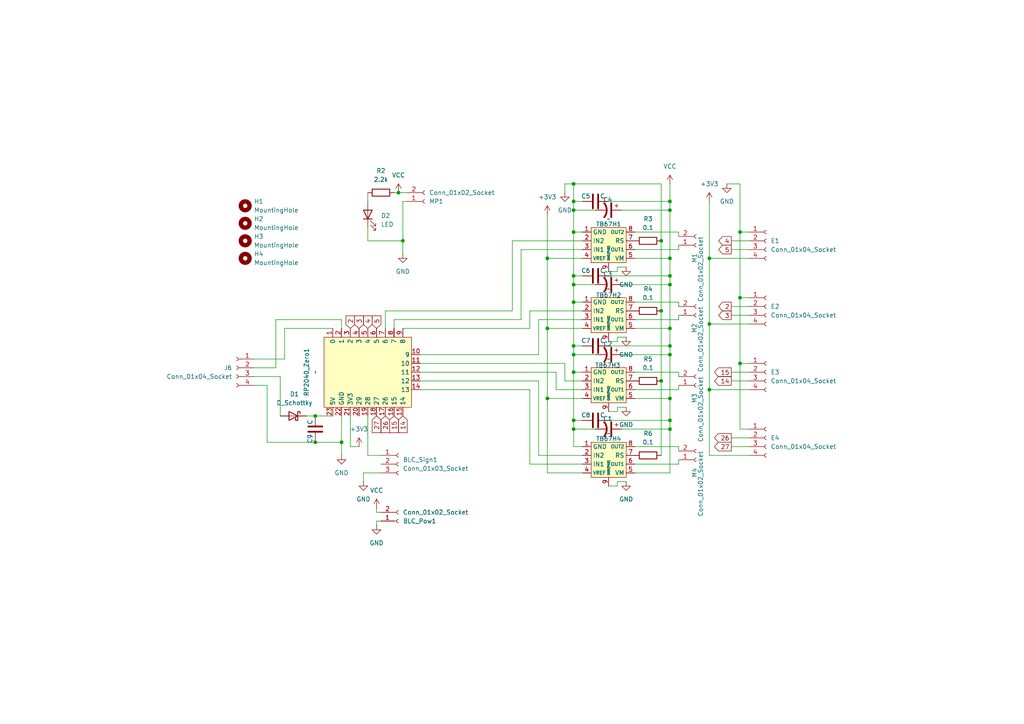
<source format=kicad_sch>
(kicad_sch (version 20250114) (generator "eeschema") (generator_version "9.0")
  (paper "A4")
  (lib_symbols
    (symbol "Connector:Conn_01x02_Socket" (pin_names (offset 1.016) (hide yes))
      (property "Reference" "J" (at 0 2.54 0))
      (property "Value" "Conn_01x02_Socket" (at 0 -5.08 0))
      (symbol "Conn_01x02_Socket_1_1"
        (polyline (pts (xy -1.27 0) (xy -0.508 0)) (stroke (width 0.1524)))
        (polyline (pts (xy -1.27 -2.54) (xy -0.508 -2.54)) (stroke (width 0.1524)))
        (arc (start 0 -0.508) (mid -0.5058 0) (end 0 0.508) (stroke (width 0.1524)))
        (arc (start 0 -3.048) (mid -0.5058 -2.54) (end 0 -2.032) (stroke (width 0.1524)))
        (pin passive line (at -5.08 0 0) (length 3.81) (name "Pin_1") (number "1"))
        (pin passive line (at -5.08 -2.54 0) (length 3.81) (name "Pin_2") (number "2"))
      )
    )
    (symbol "Connector:Conn_01x03_Socket" (pin_names (offset 1.016) (hide yes))
      (property "Reference" "J" (at 0 5.08 0))
      (property "Value" "Conn_01x03_Socket" (at 0 -5.08 0))
      (symbol "Conn_01x03_Socket_1_1"
        (polyline (pts (xy -1.27 2.54) (xy -0.508 2.54)) (stroke (width 0.1524)))
        (polyline (pts (xy -1.27 0) (xy -0.508 0)) (stroke (width 0.1524)))
        (polyline (pts (xy -1.27 -2.54) (xy -0.508 -2.54)) (stroke (width 0.1524)))
        (arc (start 0 2.032) (mid -0.5058 2.54) (end 0 3.048) (stroke (width 0.1524)))
        (arc (start 0 -0.508) (mid -0.5058 0) (end 0 0.508) (stroke (width 0.1524)))
        (arc (start 0 -3.048) (mid -0.5058 -2.54) (end 0 -2.032) (stroke (width 0.1524)))
        (pin passive line (at -5.08 2.54 0) (length 3.81) (name "Pin_1") (number "1"))
        (pin passive line (at -5.08 0 0) (length 3.81) (name "Pin_2") (number "2"))
        (pin passive line (at -5.08 -2.54 0) (length 3.81) (name "Pin_3") (number "3"))
      )
    )
    (symbol "Connector:Conn_01x04_Socket" (pin_names (offset 1.016) (hide yes))
      (property "Reference" "J" (at 0 5.08 0))
      (property "Value" "Conn_01x04_Socket" (at 0 -7.62 0))
      (symbol "Conn_01x04_Socket_1_1"
        (polyline (pts (xy -1.27 2.54) (xy -0.508 2.54)) (stroke (width 0.1524)))
        (polyline (pts (xy -1.27 0) (xy -0.508 0)) (stroke (width 0.1524)))
        (polyline (pts (xy -1.27 -2.54) (xy -0.508 -2.54)) (stroke (width 0.1524)))
        (polyline (pts (xy -1.27 -5.08) (xy -0.508 -5.08)) (stroke (width 0.1524)))
        (arc (start 0 2.032) (mid -0.5058 2.54) (end 0 3.048) (stroke (width 0.1524)))
        (arc (start 0 -0.508) (mid -0.5058 0) (end 0 0.508) (stroke (width 0.1524)))
        (arc (start 0 -3.048) (mid -0.5058 -2.54) (end 0 -2.032) (stroke (width 0.1524)))
        (arc (start 0 -5.588) (mid -0.5058 -5.08) (end 0 -4.572) (stroke (width 0.1524)))
        (pin passive line (at -5.08 2.54 0) (length 3.81) (name "Pin_1") (number "1"))
        (pin passive line (at -5.08 0 0) (length 3.81) (name "Pin_2") (number "2"))
        (pin passive line (at -5.08 -2.54 0) (length 3.81) (name "Pin_3") (number "3"))
        (pin passive line (at -5.08 -5.08 0) (length 3.81) (name "Pin_4") (number "4"))
      )
    )
    (symbol "Device:C" (pin_numbers (hide yes)) (pin_names (offset 0.254))
      (property "Reference" "C" (at 0.635 2.54 0))
      (property "Value" "C" (at 0.635 -2.54 0))
      (symbol "C_0_1"
        (polyline (pts (xy -2.032 0.762) (xy 2.032 0.762)) (stroke (width 0.508)))
        (polyline (pts (xy -2.032 -0.762) (xy 2.032 -0.762)) (stroke (width 0.508)))
      )
      (symbol "C_1_1"
        (pin passive line (at 0 3.81 270) (length 2.794) (name "~") (number "1"))
        (pin passive line (at 0 -3.81 90) (length 2.794) (name "~") (number "2"))
      )
    )
    (symbol "Device:C_Polarized_US" (pin_numbers (hide yes)) (pin_names (offset 0.254) (hide yes))
      (property "Reference" "C" (at 0.635 2.54 0))
      (property "Value" "C_Polarized_US" (at 0.635 -2.54 0))
      (symbol "C_Polarized_US_0_1"
        (polyline (pts (xy -2.032 0.762) (xy 2.032 0.762)) (stroke (width 0.508)))
        (polyline (pts (xy -1.778 2.286) (xy -0.762 2.286)))
        (polyline (pts (xy -1.27 1.778) (xy -1.27 2.794)))
        (arc (start -2.032 -1.27) (mid 0 -0.5572) (end 2.032 -1.27) (stroke (width 0.508)))
      )
      (symbol "C_Polarized_US_1_1"
        (pin passive line (at 0 3.81 270) (length 2.794) (name "~") (number "1"))
        (pin passive line (at 0 -3.81 90) (length 3.302) (name "~") (number "2"))
      )
    )
    (symbol "Device:D_Schottky" (pin_numbers (hide yes)) (pin_names (offset 1.016) (hide yes))
      (property "Reference" "D" (at 0 2.54 0))
      (property "Value" "D_Schottky" (at 0 -2.54 0))
      (symbol "D_Schottky_0_1"
        (polyline (pts (xy -1.905 0.635) (xy -1.905 1.27) (xy -1.27 1.27) (xy -1.27 -1.27) (xy -0.635 -1.27) (xy -0.635 -0.635)) (stroke (width 0.254)))
        (polyline (pts (xy 1.27 1.27) (xy 1.27 -1.27) (xy -1.27 0) (xy 1.27 1.27)) (stroke (width 0.254)))
        (polyline (pts (xy 1.27 0) (xy -1.27 0)))
      )
      (symbol "D_Schottky_1_1"
        (pin passive line (at -3.81 0 0) (length 2.54) (name "K") (number "1"))
        (pin passive line (at 3.81 0 180) (length 2.54) (name "A") (number "2"))
      )
    )
    (symbol "Device:LED" (pin_numbers (hide yes)) (pin_names (offset 1.016) (hide yes))
      (property "Reference" "D" (at 0 2.54 0))
      (property "Value" "LED" (at 0 -2.54 0))
      (symbol "LED_0_1"
        (polyline (pts (xy -3.048 -0.762) (xy -4.572 -2.286) (xy -3.81 -2.286) (xy -4.572 -2.286) (xy -4.572 -1.524)))
        (polyline (pts (xy -1.778 -0.762) (xy -3.302 -2.286) (xy -2.54 -2.286) (xy -3.302 -2.286) (xy -3.302 -1.524)))
        (polyline (pts (xy -1.27 0) (xy 1.27 0)))
        (polyline (pts (xy -1.27 -1.27) (xy -1.27 1.27)) (stroke (width 0.254)))
        (polyline (pts (xy 1.27 -1.27) (xy 1.27 1.27) (xy -1.27 0) (xy 1.27 -1.27)) (stroke (width 0.254)))
      )
      (symbol "LED_1_1"
        (pin passive line (at -3.81 0 0) (length 2.54) (name "K") (number "1"))
        (pin passive line (at 3.81 0 180) (length 2.54) (name "A") (number "2"))
      )
    )
    (symbol "Device:R" (pin_numbers (hide yes)) (pin_names (offset 0))
      (property "Reference" "R" (at 2.032 0 90))
      (property "Value" "R" (at 0 0 90))
      (symbol "R_0_1"
        (rectangle (start -1.016 -2.54) (end 1.016 2.54) (stroke (width 0.254)))
      )
      (symbol "R_1_1"
        (pin passive line (at 0 3.81 270) (length 1.27) (name "~") (number "1"))
        (pin passive line (at 0 -3.81 90) (length 1.27) (name "~") (number "2"))
      )
    )
    (symbol "Mechanical:MountingHole" (pin_names (offset 1.016)) (in_bom no)
      (property "Reference" "H" (at 0 5.08 0))
      (property "Value" "MountingHole" (at 0 3.175 0))
      (symbol "MountingHole_0_1"
        (circle (center 0 0) (radius 1.27) (stroke (width 1.27)))
      )
    )
    (symbol "My_Symbols:RP2040_Zero"
      (property "Reference" "RP2040_Zero" (at 0 3.81 0))
      (symbol "RP2040_Zero_0_0"
        (pin bidirectional line (at -12.7 0 0) (length 2.54) (name "5V") (number "23"))
        (pin bidirectional line (at -12.7 -2.54 0) (length 2.54) (name "GND") (number "22"))
        (pin bidirectional line (at -12.7 -5.08 0) (length 2.54) (name "3V3") (number "21"))
        (pin bidirectional line (at -12.7 -7.62 0) (length 2.54) (name "29") (number "20"))
        (pin bidirectional line (at -12.7 -10.16 0) (length 2.54) (name "28") (number "19"))
        (pin bidirectional line (at -12.7 -12.7 0) (length 2.54) (name "27") (number "18"))
        (pin bidirectional line (at -12.7 -15.24 0) (length 2.54) (name "26") (number "17"))
        (pin bidirectional line (at -12.7 -17.78 0) (length 2.54) (name "15") (number "16"))
        (pin bidirectional line (at -12.7 -20.32 0) (length 2.54) (name "14") (number "15"))
        (pin bidirectional line (at -5.08 -25.4 90) (length 2.54) (name "13") (number "14"))
        (pin bidirectional line (at -2.54 -25.4 90) (length 2.54) (name "12") (number "13"))
        (pin bidirectional line (at 0 -25.4 90) (length 2.54) (name "11") (number "12"))
        (pin bidirectional line (at 2.54 -25.4 90) (length 2.54) (name "10") (number "11"))
        (pin bidirectional line (at 5.08 -25.4 90) (length 2.54) (name "9") (number "10"))
        (pin bidirectional line (at 12.7 0 180) (length 2.54) (name "0") (number "1"))
        (pin bidirectional line (at 12.7 -2.54 180) (length 2.54) (name "1") (number "2"))
        (pin bidirectional line (at 12.7 -5.08 180) (length 2.54) (name "2") (number "3"))
        (pin bidirectional line (at 12.7 -7.62 180) (length 2.54) (name "3") (number "4"))
        (pin bidirectional line (at 12.7 -10.16 180) (length 2.54) (name "4") (number "5"))
        (pin bidirectional line (at 12.7 -12.7 180) (length 2.54) (name "5") (number "6"))
        (pin bidirectional line (at 12.7 -15.24 180) (length 2.54) (name "6") (number "7"))
        (pin bidirectional line (at 12.7 -17.78 180) (length 2.54) (name "") (number ""))
        (pin bidirectional line (at 12.7 -17.78 180) (length 2.54) (name "7") (number "8"))
        (pin bidirectional line (at 12.7 -20.32 180) (length 2.54) (name "8") (number "9"))
      )
      (symbol "RP2040_Zero_1_1"
        (rectangle (start -10.16 2.54) (end 10.16 -22.86) (fill (type background)))
      )
    )
    (symbol "My_Symbols:TB67H450"
      (property "Reference" "TB67H450" (at 0 6.096 0))
      (symbol "TB67H450_1_0"
        (pin input line (at -7.62 1.27 0) (length 2.54) (name "IN2") (number "2"))
        (pin input line (at -7.62 -1.27 0) (length 2.54) (name "IN1") (number "3"))
        (pin input line (at -7.62 -3.81 0) (length 2.54) (name "VREF") (number "4"))
        (pin output line (at 7.62 3.81 180) (length 2.54) (name "OUT2") (number "8"))
        (pin input line (at 7.62 1.27 180) (length 2.54) (name "RS") (number "7"))
        (pin output line (at 7.62 -1.27 180) (length 2.54) (name "OUT1") (number "6"))
        (pin power_in line (at 7.62 -3.81 180) (length 2.54) (name "VM") (number "5"))
      )
      (symbol "TB67H450_1_1"
        (rectangle (start -5.08 5.08) (end 5.08 -5.08) (fill (type background)))
        (pin power_in line (at -7.62 3.81 0) (length 2.54) (name "GND") (number "1"))
        (pin output line (at 0 -7.62 90) (length 2.54) (name "GND(PAD)") (number "9"))
      )
    )
    (symbol "TB67H450_1"
      (property "Reference" "TB67H450" (at 0 6.096 0))
      (symbol "TB67H450_1_1_0"
        (pin input line (at -7.62 1.27 0) (length 2.54) (name "IN2") (number "2"))
        (pin input line (at -7.62 -1.27 0) (length 2.54) (name "IN1") (number "3"))
        (pin input line (at -7.62 -3.81 0) (length 2.54) (name "VREF") (number "4"))
        (pin output line (at 7.62 3.81 180) (length 2.54) (name "OUT2") (number "8"))
        (pin input line (at 7.62 1.27 180) (length 2.54) (name "RS") (number "7"))
        (pin output line (at 7.62 -1.27 180) (length 2.54) (name "OUT1") (number "6"))
        (pin power_in line (at 7.62 -3.81 180) (length 2.54) (name "VM") (number "5"))
      )
      (symbol "TB67H450_1_1_1"
        (rectangle (start -5.08 5.08) (end 5.08 -5.08) (fill (type background)))
        (pin power_in line (at -7.62 3.81 0) (length 2.54) (name "GND") (number "1"))
        (pin output line (at 0 -7.62 90) (length 2.54) (name "GND(PAD)") (number "9"))
      )
    )
    (symbol "power:+3V3" (power) (pin_numbers (hide yes)) (pin_names (offset 0) (hide yes))
      (property "Value" "+3V3" (at 0 3.556 0))
      (symbol "+3V3_0_1"
        (polyline (pts (xy -0.762 1.27) (xy 0 2.54)))
        (polyline (pts (xy 0 2.54) (xy 0.762 1.27)))
        (polyline (pts (xy 0 0) (xy 0 2.54)))
      )
      (symbol "+3V3_1_1"
        (pin power_in line (at 0 0 90) (length 0) (name "~") (number "1"))
      )
    )
    (symbol "power:GND" (power) (pin_numbers (hide yes)) (pin_names (offset 0) (hide yes))
      (property "Value" "GND" (at 0 -3.81 0))
      (symbol "GND_0_1"
        (polyline (pts (xy 0 0) (xy 0 -1.27) (xy 1.27 -1.27) (xy 0 -2.54) (xy -1.27 -1.27) (xy 0 -1.27)))
      )
      (symbol "GND_1_1"
        (pin power_in line (at 0 0 270) (length 0) (name "~") (number "1"))
      )
    )
    (symbol "power:VCC" (power) (pin_numbers (hide yes)) (pin_names (offset 0) (hide yes))
      (property "Value" "VCC" (at 0 3.556 0))
      (symbol "VCC_0_1"
        (polyline (pts (xy -0.762 1.27) (xy 0 2.54)))
        (polyline (pts (xy 0 2.54) (xy 0.762 1.27)))
        (polyline (pts (xy 0 0) (xy 0 2.54)))
      )
      (symbol "VCC_1_1"
        (pin power_in line (at 0 0 90) (length 0) (name "~") (number "1"))
      )
    )
  )
  (junction (at 191.77 90.17))
  (junction (at 166.37 124.46))
  (junction (at 194.31 82.55))
  (junction (at 194.31 124.46))
  (junction (at 205.74 93.98))
  (junction (at 99.06 128.27))
  (junction (at 158.75 115.57))
  (junction (at 194.31 80.01))
  (junction (at 191.77 69.85))
  (junction (at 115.57 55.88))
  (junction (at 166.37 60.96))
  (junction (at 166.37 53.34))
  (junction (at 166.37 121.92))
  (junction (at 194.31 115.57))
  (junction (at 194.31 74.93))
  (junction (at 194.31 95.25))
  (junction (at 214.63 67.31))
  (junction (at 194.31 100.33))
  (junction (at 205.74 113.03))
  (junction (at 166.37 102.87))
  (junction (at 158.75 95.25))
  (junction (at 214.63 105.41))
  (junction (at 166.37 80.01))
  (junction (at 166.37 82.55))
  (junction (at 191.77 110.49))
  (junction (at 166.37 67.31))
  (junction (at 194.31 121.92))
  (junction (at 91.44 128.27))
  (junction (at 194.31 102.87))
  (junction (at 205.74 74.93))
  (junction (at 214.63 86.36))
  (junction (at 194.31 60.96))
  (junction (at 194.31 58.42))
  (junction (at 166.37 58.42))
  (junction (at 166.37 87.63))
  (junction (at 158.75 74.93))
  (junction (at 116.84 69.85))
  (junction (at 166.37 107.95))
  (junction (at 91.44 120.65))
  (junction (at 166.37 100.33))
  (wire (pts (xy 166.37 80.01) (xy 166.37 82.55)))
  (wire (pts (xy 82.55 95.25) (xy 96.52 95.25)))
  (wire (pts (xy 194.31 74.93) (xy 194.31 80.01)))
  (wire (pts (xy 106.68 66.04) (xy 106.68 69.85)))
  (wire (pts (xy 179.07 119.38) (xy 179.07 118.11)))
  (wire (pts (xy 194.31 100.33) (xy 194.31 102.87)))
  (wire (pts (xy 109.22 148.59) (xy 110.49 148.59)))
  (wire (pts (xy 166.37 124.46) (xy 172.72 124.46)))
  (wire (pts (xy 184.15 74.93) (xy 194.31 74.93)))
  (wire (pts (xy 91.44 128.27) (xy 99.06 128.27)))
  (wire (pts (xy 73.66 104.14) (xy 82.55 104.14)))
  (wire (pts (xy 153.67 90.17) (xy 168.91 90.17)))
  (wire (pts (xy 166.37 87.63) (xy 166.37 100.33)))
  (wire (pts (xy 105.41 137.16) (xy 110.49 137.16)))
  (wire (pts (xy 77.47 128.27) (xy 91.44 128.27)))
  (wire (pts (xy 168.91 95.25) (xy 158.75 95.25)))
  (wire (pts (xy 191.77 69.85) (xy 191.77 53.34)))
  (wire (pts (xy 158.75 95.25) (xy 158.75 115.57)))
  (wire (pts (xy 214.63 67.31) (xy 217.17 67.31)))
  (wire (pts (xy 96.52 120.65) (xy 91.44 120.65)))
  (wire (pts (xy 194.31 102.87) (xy 194.31 115.57)))
  (wire (pts (xy 99.06 120.65) (xy 99.06 128.27)))
  (wire (pts (xy 184.15 134.62) (xy 196.85 134.62)))
  (wire (pts (xy 180.34 60.96) (xy 194.31 60.96)))
  (wire (pts (xy 106.68 55.88) (xy 106.68 58.42)))
  (wire (pts (xy 212.09 91.44) (xy 217.17 91.44)))
  (wire (pts (xy 212.09 88.9) (xy 217.17 88.9)))
  (wire (pts (xy 184.15 113.03) (xy 196.85 113.03)))
  (wire (pts (xy 166.37 121.92) (xy 166.37 124.46)))
  (wire (pts (xy 99.06 92.71) (xy 99.06 95.25)))
  (wire (pts (xy 88.9 120.65) (xy 91.44 120.65)))
  (wire (pts (xy 196.85 67.31) (xy 196.85 68.58)))
  (wire (pts (xy 153.67 134.62) (xy 168.91 134.62)))
  (wire (pts (xy 163.83 105.41) (xy 121.92 105.41)))
  (wire (pts (xy 205.74 74.93) (xy 217.17 74.93)))
  (wire (pts (xy 163.83 53.34) (xy 163.83 55.88)))
  (wire (pts (xy 184.15 67.31) (xy 196.85 67.31)))
  (wire (pts (xy 179.07 140.97) (xy 179.07 139.7)))
  (wire (pts (xy 191.77 90.17) (xy 191.77 110.49)))
  (wire (pts (xy 179.07 77.47) (xy 181.61 77.47)))
  (wire (pts (xy 168.91 137.16) (xy 158.75 137.16)))
  (wire (pts (xy 196.85 92.71) (xy 196.85 91.44)))
  (wire (pts (xy 158.75 137.16) (xy 158.75 115.57)))
  (wire (pts (xy 184.15 129.54) (xy 196.85 129.54)))
  (wire (pts (xy 212.09 69.85) (xy 217.17 69.85)))
  (wire (pts (xy 80.01 106.68) (xy 73.66 106.68)))
  (wire (pts (xy 214.63 105.41) (xy 214.63 124.46)))
  (wire (pts (xy 184.15 87.63) (xy 196.85 87.63)))
  (wire (pts (xy 168.91 107.95) (xy 166.37 107.95)))
  (wire (pts (xy 166.37 102.87) (xy 166.37 107.95)))
  (wire (pts (xy 168.91 129.54) (xy 166.37 129.54)))
  (wire (pts (xy 114.3 55.88) (xy 115.57 55.88)))
  (wire (pts (xy 205.74 93.98) (xy 217.17 93.98)))
  (wire (pts (xy 212.09 107.95) (xy 217.17 107.95)))
  (wire (pts (xy 166.37 100.33) (xy 168.91 100.33)))
  (wire (pts (xy 176.53 99.06) (xy 179.07 99.06)))
  (wire (pts (xy 166.37 102.87) (xy 172.72 102.87)))
  (wire (pts (xy 166.37 53.34) (xy 163.83 53.34)))
  (wire (pts (xy 166.37 60.96) (xy 172.72 60.96)))
  (wire (pts (xy 212.09 110.49) (xy 217.17 110.49)))
  (wire (pts (xy 158.75 62.23) (xy 158.75 74.93)))
  (wire (pts (xy 111.76 90.17) (xy 111.76 95.25)))
  (wire (pts (xy 163.83 110.49) (xy 163.83 105.41)))
  (wire (pts (xy 99.06 132.08) (xy 99.06 128.27)))
  (wire (pts (xy 179.07 97.79) (xy 181.61 97.79)))
  (wire (pts (xy 184.15 115.57) (xy 194.31 115.57)))
  (wire (pts (xy 196.85 129.54) (xy 196.85 130.81)))
  (wire (pts (xy 156.21 92.71) (xy 168.91 92.71)))
  (wire (pts (xy 161.29 113.03) (xy 168.91 113.03)))
  (wire (pts (xy 166.37 58.42) (xy 168.91 58.42)))
  (wire (pts (xy 114.3 92.71) (xy 151.13 92.71)))
  (wire (pts (xy 105.41 139.7) (xy 105.41 137.16)))
  (wire (pts (xy 191.77 69.85) (xy 191.77 90.17)))
  (wire (pts (xy 212.09 127) (xy 217.17 127)))
  (wire (pts (xy 106.68 120.65) (xy 106.68 132.08)))
  (wire (pts (xy 166.37 58.42) (xy 166.37 60.96)))
  (wire (pts (xy 194.31 74.93) (xy 194.31 60.96)))
  (wire (pts (xy 166.37 60.96) (xy 166.37 67.31)))
  (wire (pts (xy 151.13 72.39) (xy 168.91 72.39)))
  (wire (pts (xy 166.37 67.31) (xy 166.37 80.01)))
  (wire (pts (xy 196.85 87.63) (xy 196.85 88.9)))
  (wire (pts (xy 176.53 58.42) (xy 194.31 58.42)))
  (wire (pts (xy 153.67 113.03) (xy 153.67 134.62)))
  (wire (pts (xy 80.01 92.71) (xy 99.06 92.71)))
  (wire (pts (xy 184.15 95.25) (xy 194.31 95.25)))
  (wire (pts (xy 176.53 80.01) (xy 194.31 80.01)))
  (wire (pts (xy 210.82 53.34) (xy 214.63 53.34)))
  (wire (pts (xy 205.74 132.08) (xy 205.74 113.03)))
  (wire (pts (xy 205.74 113.03) (xy 217.17 113.03)))
  (wire (pts (xy 109.22 147.32) (xy 109.22 148.59)))
  (wire (pts (xy 194.31 137.16) (xy 194.31 124.46)))
  (wire (pts (xy 166.37 53.34) (xy 191.77 53.34)))
  (wire (pts (xy 104.14 129.54) (xy 101.6 129.54)))
  (wire (pts (xy 214.63 86.36) (xy 214.63 67.31)))
  (wire (pts (xy 166.37 82.55) (xy 166.37 87.63)))
  (wire (pts (xy 168.91 132.08) (xy 156.21 132.08)))
  (wire (pts (xy 151.13 92.71) (xy 151.13 72.39)))
  (wire (pts (xy 212.09 72.39) (xy 217.17 72.39)))
  (wire (pts (xy 116.84 73.66) (xy 116.84 69.85)))
  (wire (pts (xy 168.91 110.49) (xy 163.83 110.49)))
  (wire (pts (xy 106.68 69.85) (xy 116.84 69.85)))
  (wire (pts (xy 168.91 115.57) (xy 158.75 115.57)))
  (wire (pts (xy 121.92 107.95) (xy 161.29 107.95)))
  (wire (pts (xy 77.47 111.76) (xy 77.47 128.27)))
  (wire (pts (xy 194.31 60.96) (xy 194.31 58.42)))
  (wire (pts (xy 196.85 107.95) (xy 196.85 109.22)))
  (wire (pts (xy 116.84 69.85) (xy 116.84 58.42)))
  (wire (pts (xy 217.17 132.08) (xy 205.74 132.08)))
  (wire (pts (xy 194.31 121.92) (xy 194.31 124.46)))
  (wire (pts (xy 168.91 67.31) (xy 166.37 67.31)))
  (wire (pts (xy 179.07 139.7) (xy 181.61 139.7)))
  (wire (pts (xy 194.31 82.55) (xy 194.31 95.25)))
  (wire (pts (xy 114.3 95.25) (xy 114.3 92.71)))
  (wire (pts (xy 158.75 74.93) (xy 158.75 95.25)))
  (wire (pts (xy 194.31 95.25) (xy 194.31 100.33)))
  (wire (pts (xy 82.55 104.14) (xy 82.55 95.25)))
  (wire (pts (xy 168.91 87.63) (xy 166.37 87.63)))
  (wire (pts (xy 179.07 78.74) (xy 179.07 77.47)))
  (wire (pts (xy 148.59 69.85) (xy 148.59 90.17)))
  (wire (pts (xy 179.07 99.06) (xy 179.07 97.79)))
  (wire (pts (xy 166.37 82.55) (xy 172.72 82.55)))
  (wire (pts (xy 158.75 74.93) (xy 168.91 74.93)))
  (wire (pts (xy 194.31 115.57) (xy 194.31 121.92)))
  (wire (pts (xy 156.21 110.49) (xy 121.92 110.49)))
  (wire (pts (xy 205.74 93.98) (xy 205.74 74.93)))
  (wire (pts (xy 176.53 121.92) (xy 194.31 121.92)))
  (wire (pts (xy 212.09 129.54) (xy 217.17 129.54)))
  (wire (pts (xy 214.63 53.34) (xy 214.63 67.31)))
  (wire (pts (xy 205.74 74.93) (xy 205.74 58.42)))
  (wire (pts (xy 73.66 111.76) (xy 77.47 111.76)))
  (wire (pts (xy 196.85 113.03) (xy 196.85 111.76)))
  (wire (pts (xy 214.63 86.36) (xy 214.63 105.41)))
  (wire (pts (xy 156.21 102.87) (xy 156.21 92.71)))
  (wire (pts (xy 205.74 113.03) (xy 205.74 93.98)))
  (wire (pts (xy 101.6 129.54) (xy 101.6 120.65)))
  (wire (pts (xy 116.84 58.42) (xy 118.11 58.42)))
  (wire (pts (xy 180.34 82.55) (xy 194.31 82.55)))
  (wire (pts (xy 109.22 152.4) (xy 109.22 151.13)))
  (wire (pts (xy 121.92 102.87) (xy 156.21 102.87)))
  (wire (pts (xy 196.85 72.39) (xy 196.85 71.12)))
  (wire (pts (xy 176.53 119.38) (xy 179.07 119.38)))
  (wire (pts (xy 81.28 109.22) (xy 73.66 109.22)))
  (wire (pts (xy 166.37 124.46) (xy 166.37 129.54)))
  (wire (pts (xy 166.37 80.01) (xy 168.91 80.01)))
  (wire (pts (xy 217.17 105.41) (xy 214.63 105.41)))
  (wire (pts (xy 180.34 102.87) (xy 194.31 102.87)))
  (wire (pts (xy 184.15 137.16) (xy 194.31 137.16)))
  (wire (pts (xy 166.37 100.33) (xy 166.37 102.87)))
  (wire (pts (xy 184.15 92.71) (xy 196.85 92.71)))
  (wire (pts (xy 166.37 53.34) (xy 166.37 58.42)))
  (wire (pts (xy 166.37 121.92) (xy 168.91 121.92)))
  (wire (pts (xy 191.77 110.49) (xy 191.77 132.08)))
  (wire (pts (xy 184.15 107.95) (xy 196.85 107.95)))
  (wire (pts (xy 217.17 124.46) (xy 214.63 124.46)))
  (wire (pts (xy 180.34 124.46) (xy 194.31 124.46)))
  (wire (pts (xy 179.07 118.11) (xy 181.61 118.11)))
  (wire (pts (xy 109.22 151.13) (xy 110.49 151.13)))
  (wire (pts (xy 196.85 134.62) (xy 196.85 133.35)))
  (wire (pts (xy 194.31 80.01) (xy 194.31 82.55)))
  (wire (pts (xy 217.17 86.36) (xy 214.63 86.36)))
  (wire (pts (xy 106.68 132.08) (xy 110.49 132.08)))
  (wire (pts (xy 184.15 72.39) (xy 196.85 72.39)))
  (wire (pts (xy 176.53 100.33) (xy 194.31 100.33)))
  (wire (pts (xy 148.59 90.17) (xy 111.76 90.17)))
  (wire (pts (xy 166.37 107.95) (xy 166.37 121.92)))
  (wire (pts (xy 80.01 92.71) (xy 80.01 106.68)))
  (wire (pts (xy 121.92 113.03) (xy 153.67 113.03)))
  (wire (pts (xy 153.67 95.25) (xy 153.67 90.17)))
  (wire (pts (xy 115.57 55.88) (xy 118.11 55.88)))
  (wire (pts (xy 176.53 78.74) (xy 179.07 78.74)))
  (wire (pts (xy 156.21 132.08) (xy 156.21 110.49)))
  (wire (pts (xy 81.28 120.65) (xy 81.28 109.22)))
  (wire (pts (xy 194.31 58.42) (xy 194.31 53.34)))
  (wire (pts (xy 168.91 69.85) (xy 148.59 69.85)))
  (wire (pts (xy 161.29 107.95) (xy 161.29 113.03)))
  (wire (pts (xy 176.53 140.97) (xy 179.07 140.97)))
  (wire (pts (xy 116.84 95.25) (xy 153.67 95.25)))
  (global_label "4" (shape input) (at 106.68 95.25 90) (property "Intersheetrefs" "${INTERSHEET_REFS}" (effects (hide yes))))
  (global_label "14" (shape input) (at 116.84 120.65 270) (property "Intersheetrefs" "${INTERSHEET_REFS}" (effects (hide yes))))
  (global_label "5" (shape output) (at 212.09 72.39 180) (property "Intersheetrefs" "${INTERSHEET_REFS}" (effects (hide yes))))
  (global_label "15" (shape input) (at 114.3 120.65 270) (property "Intersheetrefs" "${INTERSHEET_REFS}" (effects (hide yes))))
  (global_label "26" (shape input) (at 111.76 120.65 270) (property "Intersheetrefs" "${INTERSHEET_REFS}" (effects (hide yes))))
  (global_label "15" (shape output) (at 212.09 107.95 180) (property "Intersheetrefs" "${INTERSHEET_REFS}" (effects (hide yes))))
  (global_label "2" (shape input) (at 101.6 95.25 90) (property "Intersheetrefs" "${INTERSHEET_REFS}" (effects (hide yes))))
  (global_label "3" (shape input) (at 104.14 95.25 90) (property "Intersheetrefs" "${INTERSHEET_REFS}" (effects (hide yes))))
  (global_label "3" (shape output) (at 212.09 91.44 180) (property "Intersheetrefs" "${INTERSHEET_REFS}" (effects (hide yes))))
  (global_label "27" (shape output) (at 212.09 129.54 180) (property "Intersheetrefs" "${INTERSHEET_REFS}" (effects (hide yes))))
  (global_label "5" (shape input) (at 109.22 95.25 90) (property "Intersheetrefs" "${INTERSHEET_REFS}" (effects (hide yes))))
  (global_label "27" (shape input) (at 109.22 120.65 270) (property "Intersheetrefs" "${INTERSHEET_REFS}" (effects (hide yes))))
  (global_label "2" (shape output) (at 212.09 88.9 180) (property "Intersheetrefs" "${INTERSHEET_REFS}" (effects (hide yes))))
  (global_label "26" (shape output) (at 212.09 127 180) (property "Intersheetrefs" "${INTERSHEET_REFS}" (effects (hide yes))))
  (global_label "4" (shape output) (at 212.09 69.85 180) (property "Intersheetrefs" "${INTERSHEET_REFS}" (effects (hide yes))))
  (global_label "14" (shape output) (at 212.09 110.49 180) (property "Intersheetrefs" "${INTERSHEET_REFS}" (effects (hide yes))))
  (symbol (lib_id "Connector:Conn_01x03_Socket") (at 115.57 134.62 0) (unit 1)
    (property "Reference" "BLC_Sign1" (at 116.84 133.3499 0) (effects (justify left)))
    (property "Value" "Conn_01x03_Socket" (at 116.84 135.8899 0) (effects (justify left)))
    (property "Footprint" "Connector_JST:JST_XH_B3B-XH-A_1x03_P2.50mm_Vertical" (effects (hide yes)))
    (property "Description" "Generic connector, single row, 01x03, script generated" (effects (hide yes)))
  )
  (symbol (lib_id "power:GND") (at 210.82 53.34 0) (unit 1)
    (property "Reference" "#PWR07" (effects (hide yes)))
    (property "Value" "GND" (at 210.82 58.42 0))
    (property "Description" "Power symbol creates a global label with name \"GND\" , ground" (effects (hide yes)))
  )
  (symbol (lib_id "My_Symbols:TB67H450") (at 176.53 133.35 0) (unit 1)
    (property "Reference" "TB67H4" (at 176.53 127.254 0))
    (property "Value" "~" (at 176.53 125.73 0))
    (property "Footprint" "Package_SO:SOIC-8-1EP_3.9x4.9mm_P1.27mm_EP2.29x3mm_ThermalVias" (effects (hide yes)))
  )
  (symbol (lib_id "power:GND") (at 181.61 118.11 0) (unit 1)
    (property "Reference" "#PWR012" (effects (hide yes)))
    (property "Value" "GND" (at 181.61 123.19 0))
    (property "Description" "Power symbol creates a global label with name \"GND\" , ground" (effects (hide yes)))
  )
  (symbol (lib_id "Connector:Conn_01x02_Socket") (at 201.93 91.44 0) (mirror x) (unit 1)
    (property "Reference" "M2" (at 201.422 93.726 90) (effects (justify left)))
    (property "Value" "Conn_01x02_Socket" (at 203.2 88.9001 90) (effects (justify left)))
    (property "Footprint" "Connector_JST:JST_VH_B2P-VH-B_1x02_P3.96mm_Vertical" (effects (hide yes)))
    (property "Description" "Generic connector, single row, 01x02, script generated" (effects (hide yes)))
  )
  (symbol (lib_id "Device:C_Polarized_US") (at 176.53 124.46 270) (unit 1)
    (property "Reference" "C1" (at 176.276 121.412 90))
    (property "Value" "C_Polarized_US" (effects (hide yes)))
    (property "Footprint" "Capacitor_THT:CP_Radial_D6.3mm_P2.50mm" (effects (hide yes)))
    (property "Description" "Polarized capacitor, US symbol" (effects (hide yes)))
  )
  (symbol (lib_id "My_Symbols:TB67H450") (at 176.53 91.44 0) (unit 1)
    (property "Reference" "TB67H2" (at 176.53 85.598 0))
    (property "Value" "~" (at 176.53 83.82 0))
    (property "Footprint" "Package_SO:SOIC-8-1EP_3.9x4.9mm_P1.27mm_EP2.29x3mm_ThermalVias" (effects (hide yes)))
  )
  (symbol (lib_id "Connector:Conn_01x02_Socket") (at 201.93 133.35 0) (mirror x) (unit 1)
    (property "Reference" "M4" (at 201.422 135.636 90) (effects (justify left)))
    (property "Value" "Conn_01x02_Socket" (at 203.2 130.8101 90) (effects (justify left)))
    (property "Footprint" "Connector_JST:JST_VH_B2P-VH-B_1x02_P3.96mm_Vertical" (effects (hide yes)))
    (property "Description" "Generic connector, single row, 01x02, script generated" (effects (hide yes)))
  )
  (symbol (lib_id "power:+3V3") (at 104.14 129.54 0) (unit 1)
    (property "Reference" "#PWR02" (effects (hide yes)))
    (property "Value" "+3V3" (at 104.14 124.46 0))
    (property "Description" "Power symbol creates a global label with name \"+3V3\"" (effects (hide yes)))
  )
  (symbol (lib_id "Device:C_Polarized_US") (at 176.53 60.96 270) (unit 1)
    (property "Reference" "C4" (at 176.276 57.912 90))
    (property "Value" "C_Polarized_US" (effects (hide yes)))
    (property "Footprint" "Capacitor_THT:CP_Radial_D6.3mm_P2.50mm" (effects (hide yes)))
    (property "Description" "Polarized capacitor, US symbol" (effects (hide yes)))
  )
  (symbol (lib_id "Connector:Conn_01x04_Socket") (at 222.25 69.85 0) (unit 1)
    (property "Reference" "E1" (at 223.52 69.8499 0) (effects (justify left)))
    (property "Value" "Conn_01x04_Socket" (at 223.52 72.3899 0) (effects (justify left)))
    (property "Footprint" "Connector_JST:JST_PH_B4B-PH-K_1x04_P2.00mm_Vertical" (effects (hide yes)))
    (property "Description" "Generic connector, single row, 01x04, script generated" (effects (hide yes)))
  )
  (symbol (lib_id "My_Symbols:RP2040_Zero") (at 96.52 107.95 90) (unit 1)
    (property "Reference" "RP2040_Zero1" (at 88.9 107.95 0))
    (property "Value" "~" (at 91.44 107.95 0))
    (property "Footprint" "RP2040_Zero:名称未設定" (effects (hide yes)))
  )
  (symbol (lib_id "Mechanical:MountingHole") (at 71.12 59.69 0) (unit 1) (in_bom no)
    (property "Reference" "H1" (at 73.66 58.4199 0) (effects (justify left)))
    (property "Value" "MountingHole" (at 73.66 60.9599 0) (effects (justify left)))
    (property "Footprint" "MountingHole:MountingHole_3.2mm_M3" (effects (hide yes)))
    (property "Description" "Mounting Hole without connection" (effects (hide yes)))
  )
  (symbol (lib_id "Mechanical:MountingHole") (at 71.12 74.93 0) (unit 1) (in_bom no)
    (property "Reference" "H4" (at 73.66 73.6599 0) (effects (justify left)))
    (property "Value" "MountingHole" (at 73.66 76.1999 0) (effects (justify left)))
    (property "Footprint" "MountingHole:MountingHole_3.2mm_M3" (effects (hide yes)))
    (property "Description" "Mounting Hole without connection" (effects (hide yes)))
  )
  (symbol (lib_id "Device:D_Schottky") (at 85.09 120.65 0) (mirror y) (unit 1)
    (property "Reference" "D1" (at 85.4075 114.3 0))
    (property "Value" "D_Schottky" (at 85.4075 116.84 0))
    (property "Footprint" "Diode_SMD:D_SOD-323F" (effects (hide yes)))
    (property "Description" "Schottky diode" (effects (hide yes)))
  )
  (symbol (lib_id "Connector:Conn_01x02_Socket") (at 201.93 71.12 0) (mirror x) (unit 1)
    (property "Reference" "M1" (at 201.422 73.406 90) (effects (justify left)))
    (property "Value" "Conn_01x02_Socket" (at 203.2 68.5801 90) (effects (justify left)))
    (property "Footprint" "Connector_JST:JST_VH_B2P-VH-B_1x02_P3.96mm_Vertical" (effects (hide yes)))
    (property "Description" "Generic connector, single row, 01x02, script generated" (effects (hide yes)))
  )
  (symbol (lib_id "Mechanical:MountingHole") (at 71.12 69.85 0) (unit 1) (in_bom no)
    (property "Reference" "H3" (at 73.66 68.5799 0) (effects (justify left)))
    (property "Value" "MountingHole" (at 73.66 71.1199 0) (effects (justify left)))
    (property "Footprint" "MountingHole:MountingHole_3.2mm_M3" (effects (hide yes)))
    (property "Description" "Mounting Hole without connection" (effects (hide yes)))
  )
  (symbol (lib_id "power:GND") (at 99.06 132.08 0) (unit 1)
    (property "Reference" "#PWR03" (effects (hide yes)))
    (property "Value" "GND" (at 99.06 137.16 0))
    (property "Description" "Power symbol creates a global label with name \"GND\" , ground" (effects (hide yes)))
  )
  (symbol (lib_id "power:GND") (at 181.61 77.47 0) (unit 1)
    (property "Reference" "#PWR010" (effects (hide yes)))
    (property "Value" "GND" (at 181.61 82.55 0))
    (property "Description" "Power symbol creates a global label with name \"GND\" , ground" (effects (hide yes)))
  )
  (symbol (lib_id "Device:C") (at 91.44 124.46 180) (unit 1)
    (property "Reference" "C9" (at 89.916 127.254 90))
    (property "Value" "C" (at 89.916 122.428 90))
    (property "Footprint" "Capacitor_SMD:C_0603_1608Metric_Pad1.08x0.95mm_HandSolder" (effects (hide yes)))
    (property "Description" "Unpolarized capacitor" (effects (hide yes)))
  )
  (symbol (lib_id "Device:C") (at 172.72 80.01 90) (unit 1)
    (property "Reference" "C6" (at 169.926 78.486 90))
    (property "Value" "C" (at 174.752 78.486 90))
    (property "Footprint" "Capacitor_SMD:C_0603_1608Metric_Pad1.08x0.95mm_HandSolder" (effects (hide yes)))
    (property "Description" "Unpolarized capacitor" (effects (hide yes)))
  )
  (symbol (lib_id "power:GND") (at 163.83 55.88 0) (unit 1)
    (property "Reference" "#PWR04" (effects (hide yes)))
    (property "Value" "GND" (at 163.83 60.96 0))
    (property "Description" "Power symbol creates a global label with name \"GND\" , ground" (effects (hide yes)))
  )
  (symbol (lib_id "power:VCC") (at 115.57 55.88 0) (unit 1)
    (property "Reference" "#PWR08" (effects (hide yes)))
    (property "Value" "VCC" (at 115.57 50.8 0))
    (property "Description" "Power symbol creates a global label with name \"VCC\"" (effects (hide yes)))
  )
  (symbol (lib_id "Device:R") (at 187.96 132.08 90) (unit 1)
    (property "Reference" "R6" (at 187.96 125.73 90))
    (property "Value" "0.1" (at 187.96 128.27 90))
    (property "Footprint" "Resistor_THT:R_Axial_DIN0207_L6.3mm_D2.5mm_P7.62mm_Horizontal" (effects (hide yes)))
    (property "Description" "Resistor" (effects (hide yes)))
  )
  (symbol (lib_id "Device:R") (at 187.96 69.85 90) (unit 1)
    (property "Reference" "R3" (at 187.96 63.5 90))
    (property "Value" "0.1" (at 187.96 66.04 90))
    (property "Footprint" "Resistor_THT:R_Axial_DIN0207_L6.3mm_D2.5mm_P7.62mm_Horizontal" (effects (hide yes)))
    (property "Description" "Resistor" (effects (hide yes)))
  )
  (symbol (lib_id "Device:C") (at 172.72 58.42 90) (unit 1)
    (property "Reference" "C5" (at 169.926 56.896 90))
    (property "Value" "C" (at 174.752 56.896 90))
    (property "Footprint" "Capacitor_SMD:C_0603_1608Metric_Pad1.08x0.95mm_HandSolder" (effects (hide yes)))
    (property "Description" "Unpolarized capacitor" (effects (hide yes)))
  )
  (symbol (lib_id "Device:R") (at 110.49 55.88 90) (unit 1)
    (property "Reference" "R2" (at 110.49 49.53 90))
    (property "Value" "2.2k" (at 110.49 52.07 90))
    (property "Footprint" "Resistor_THT:R_Axial_DIN0207_L6.3mm_D2.5mm_P7.62mm_Horizontal" (effects (hide yes)))
    (property "Description" "Resistor" (effects (hide yes)))
  )
  (symbol (lib_id "Device:C") (at 172.72 100.33 90) (unit 1)
    (property "Reference" "C7" (at 169.926 98.806 90))
    (property "Value" "C" (at 174.752 98.806 90))
    (property "Footprint" "Capacitor_SMD:C_0603_1608Metric_Pad1.08x0.95mm_HandSolder" (effects (hide yes)))
    (property "Description" "Unpolarized capacitor" (effects (hide yes)))
  )
  (symbol (lib_id "My_Symbols:TB67H450") (at 176.53 111.76 0) (unit 1)
    (property "Reference" "TB67H3" (at 176.276 105.918 0))
    (property "Value" "~" (at 176.53 104.14 0))
    (property "Footprint" "Package_SO:SOIC-8-1EP_3.9x4.9mm_P1.27mm_EP2.29x3mm_ThermalVias" (effects (hide yes)))
  )
  (symbol (lib_id "Connector:Conn_01x02_Socket") (at 201.93 111.76 0) (mirror x) (unit 1)
    (property "Reference" "M3" (at 201.422 114.046 90) (effects (justify left)))
    (property "Value" "Conn_01x02_Socket" (at 203.2 109.2201 90) (effects (justify left)))
    (property "Footprint" "Connector_JST:JST_VH_B2P-VH-B_1x02_P3.96mm_Vertical" (effects (hide yes)))
    (property "Description" "Generic connector, single row, 01x02, script generated" (effects (hide yes)))
  )
  (symbol (lib_id "Device:C") (at 172.72 121.92 90) (unit 1)
    (property "Reference" "C8" (at 169.926 120.396 90))
    (property "Value" "C" (at 174.752 120.396 90))
    (property "Footprint" "Capacitor_SMD:C_0603_1608Metric_Pad1.08x0.95mm_HandSolder" (effects (hide yes)))
    (property "Description" "Unpolarized capacitor" (effects (hide yes)))
  )
  (symbol (lib_name "TB67H450_1") (lib_id "My_Symbols:TB67H450") (at 176.53 71.12 0) (unit 1)
    (property "Reference" "TB67H1" (at 176.53 65.024 0))
    (property "Value" "~" (at 176.53 63.5 0))
    (property "Footprint" "Package_SO:SOIC-8-1EP_3.9x4.9mm_P1.27mm_EP2.29x3mm_ThermalVias" (effects (hide yes)))
  )
  (symbol (lib_id "Device:R") (at 187.96 90.17 90) (unit 1)
    (property "Reference" "R4" (at 187.96 83.82 90))
    (property "Value" "0.1" (at 187.96 86.36 90))
    (property "Footprint" "Resistor_THT:R_Axial_DIN0207_L6.3mm_D2.5mm_P7.62mm_Horizontal" (effects (hide yes)))
    (property "Description" "Resistor" (effects (hide yes)))
  )
  (symbol (lib_id "power:GND") (at 181.61 97.79 0) (unit 1)
    (property "Reference" "#PWR011" (effects (hide yes)))
    (property "Value" "GND" (at 181.61 102.87 0))
    (property "Description" "Power symbol creates a global label with name \"GND\" , ground" (effects (hide yes)))
  )
  (symbol (lib_id "Device:C_Polarized_US") (at 176.53 82.55 270) (unit 1)
    (property "Reference" "C3" (at 176.276 79.502 90))
    (property "Value" "C_Polarized_US" (effects (hide yes)))
    (property "Footprint" "Capacitor_THT:CP_Radial_D6.3mm_P2.50mm" (effects (hide yes)))
    (property "Description" "Polarized capacitor, US symbol" (effects (hide yes)))
  )
  (symbol (lib_id "power:GND") (at 105.41 139.7 0) (unit 1)
    (property "Reference" "#PWR014" (effects (hide yes)))
    (property "Value" "GND" (at 105.41 144.78 0))
    (property "Description" "Power symbol creates a global label with name \"GND\" , ground" (effects (hide yes)))
  )
  (symbol (lib_id "power:GND") (at 109.22 152.4 0) (unit 1)
    (property "Reference" "#PWR015" (effects (hide yes)))
    (property "Value" "GND" (at 109.22 157.48 0))
    (property "Description" "Power symbol creates a global label with name \"GND\" , ground" (effects (hide yes)))
  )
  (symbol (lib_id "Connector:Conn_01x04_Socket") (at 222.25 127 0) (unit 1)
    (property "Reference" "E4" (at 223.52 126.9999 0) (effects (justify left)))
    (property "Value" "Conn_01x04_Socket" (at 223.52 129.5399 0) (effects (justify left)))
    (property "Footprint" "Connector_JST:JST_PH_B4B-PH-K_1x04_P2.00mm_Vertical" (effects (hide yes)))
    (property "Description" "Generic connector, single row, 01x04, script generated" (effects (hide yes)))
  )
  (symbol (lib_id "Mechanical:MountingHole") (at 71.12 64.77 0) (unit 1) (in_bom no)
    (property "Reference" "H2" (at 73.66 63.4999 0) (effects (justify left)))
    (property "Value" "MountingHole" (at 73.66 66.0399 0) (effects (justify left)))
    (property "Footprint" "MountingHole:MountingHole_3.2mm_M3" (effects (hide yes)))
    (property "Description" "Mounting Hole without connection" (effects (hide yes)))
  )
  (symbol (lib_id "power:VCC") (at 194.31 53.34 0) (unit 1)
    (property "Reference" "#PWR01" (effects (hide yes)))
    (property "Value" "VCC" (at 194.31 48.26 0))
    (property "Description" "Power symbol creates a global label with name \"VCC\"" (effects (hide yes)))
  )
  (symbol (lib_id "Connector:Conn_01x04_Socket") (at 222.25 88.9 0) (unit 1)
    (property "Reference" "E2" (at 223.52 88.8999 0) (effects (justify left)))
    (property "Value" "Conn_01x04_Socket" (at 223.52 91.4399 0) (effects (justify left)))
    (property "Footprint" "Connector_JST:JST_PH_B4B-PH-K_1x04_P2.00mm_Vertical" (effects (hide yes)))
    (property "Description" "Generic connector, single row, 01x04, script generated" (effects (hide yes)))
  )
  (symbol (lib_id "power:+3V3") (at 205.74 58.42 0) (unit 1)
    (property "Reference" "#PWR06" (effects (hide yes)))
    (property "Value" "+3V3" (at 205.74 53.34 0))
    (property "Description" "Power symbol creates a global label with name \"+3V3\"" (effects (hide yes)))
  )
  (symbol (lib_id "power:GND") (at 181.61 139.7 0) (unit 1)
    (property "Reference" "#PWR013" (effects (hide yes)))
    (property "Value" "GND" (at 181.61 144.78 0))
    (property "Description" "Power symbol creates a global label with name \"GND\" , ground" (effects (hide yes)))
  )
  (symbol (lib_id "Connector:Conn_01x02_Socket") (at 123.19 58.42 0) (mirror x) (unit 1)
    (property "Reference" "MP1" (at 124.46 58.4201 0) (effects (justify left)))
    (property "Value" "Conn_01x02_Socket" (at 124.46 55.8801 0) (effects (justify left)))
    (property "Footprint" "Connector_AMASS:AMASS_XT30U-M_1x02_P5.0mm_Vertical" (effects (hide yes)))
    (property "Description" "Generic connector, single row, 01x02, script generated" (effects (hide yes)))
  )
  (symbol (lib_id "Connector:Conn_01x04_Socket") (at 222.25 107.95 0) (unit 1)
    (property "Reference" "E3" (at 223.52 107.9499 0) (effects (justify left)))
    (property "Value" "Conn_01x04_Socket" (at 223.52 110.4899 0) (effects (justify left)))
    (property "Footprint" "Connector_JST:JST_PH_B4B-PH-K_1x04_P2.00mm_Vertical" (effects (hide yes)))
    (property "Description" "Generic connector, single row, 01x04, script generated" (effects (hide yes)))
  )
  (symbol (lib_id "power:+3V3") (at 158.75 62.23 0) (unit 1)
    (property "Reference" "#PWR05" (effects (hide yes)))
    (property "Value" "+3V3" (at 158.75 57.15 0))
    (property "Description" "Power symbol creates a global label with name \"+3V3\"" (effects (hide yes)))
  )
  (symbol (lib_id "power:GND") (at 116.84 73.66 0) (unit 1)
    (property "Reference" "#PWR09" (effects (hide yes)))
    (property "Value" "GND" (at 116.84 78.74 0))
    (property "Description" "Power symbol creates a global label with name \"GND\" , ground" (effects (hide yes)))
  )
  (symbol (lib_id "Device:R") (at 187.96 110.49 90) (unit 1)
    (property "Reference" "R5" (at 187.96 104.14 90))
    (property "Value" "0.1" (at 187.96 106.68 90))
    (property "Footprint" "Resistor_THT:R_Axial_DIN0207_L6.3mm_D2.5mm_P7.62mm_Horizontal" (effects (hide yes)))
    (property "Description" "Resistor" (effects (hide yes)))
  )
  (symbol (lib_id "power:VCC") (at 109.22 147.32 0) (unit 1)
    (property "Reference" "#PWR016" (effects (hide yes)))
    (property "Value" "VCC" (at 109.22 142.24 0))
    (property "Description" "Power symbol creates a global label with name \"VCC\"" (effects (hide yes)))
  )
  (symbol (lib_id "Connector:Conn_01x02_Socket") (at 115.57 151.13 0) (mirror x) (unit 1)
    (property "Reference" "BLC_Pow1" (at 116.84 151.1301 0) (effects (justify left)))
    (property "Value" "Conn_01x02_Socket" (at 116.84 148.5901 0) (effects (justify left)))
    (property "Footprint" "Connector_AMASS:AMASS_XT30U-F_1x02_P5.0mm_Vertical" (effects (hide yes)))
    (property "Description" "Generic connector, single row, 01x02, script generated" (effects (hide yes)))
  )
  (symbol (lib_id "Device:C_Polarized_US") (at 176.53 102.87 270) (unit 1)
    (property "Reference" "C2" (at 176.276 99.822 90))
    (property "Value" "C_Polarized_US" (effects (hide yes)))
    (property "Footprint" "Capacitor_THT:CP_Radial_D6.3mm_P2.50mm" (effects (hide yes)))
    (property "Description" "Polarized capacitor, US symbol" (effects (hide yes)))
  )
  (symbol (lib_id "Connector:Conn_01x04_Socket") (at 68.58 106.68 0) (mirror y) (unit 1)
    (property "Reference" "J6" (at 67.31 106.6799 0) (effects (justify left)))
    (property "Value" "Conn_01x04_Socket" (at 67.31 109.2199 0) (effects (justify left)))
    (property "Footprint" "Connector_JST:JST_XH_B4B-XH-A_1x04_P2.50mm_Vertical" (effects (hide yes)))
    (property "Description" "Generic connector, single row, 01x04, script generated" (effects (hide yes)))
  )
  (symbol (lib_id "Device:LED") (at 106.68 62.23 90) (unit 1)
    (property "Reference" "D2" (at 110.49 62.5474 90) (effects (justify right)))
    (property "Value" "LED" (at 110.49 65.0874 90) (effects (justify right)))
    (property "Footprint" "LED_SMD:LED_0603_1608Metric_Pad1.05x0.95mm_HandSolder" (effects (hide yes)))
    (property "Description" "Light emitting diode" (effects (hide yes)))
    (property "Sim.Pins" "1=K 2=A" (effects (hide yes)))
  )
)
</source>
